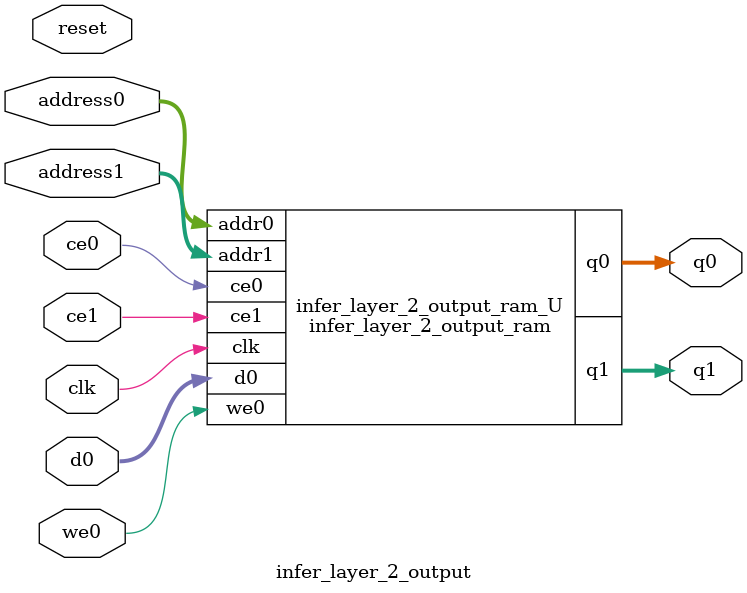
<source format=v>
`timescale 1 ns / 1 ps
module infer_layer_2_output_ram (addr0, ce0, d0, we0, q0, addr1, ce1, q1,  clk);

parameter DWIDTH = 32;
parameter AWIDTH = 14;
parameter MEM_SIZE = 15488;

input[AWIDTH-1:0] addr0;
input ce0;
input[DWIDTH-1:0] d0;
input we0;
output reg[DWIDTH-1:0] q0;
input[AWIDTH-1:0] addr1;
input ce1;
output reg[DWIDTH-1:0] q1;
input clk;

reg [DWIDTH-1:0] ram[0:MEM_SIZE-1];




always @(posedge clk)  
begin 
    if (ce0) begin
        if (we0) 
            ram[addr0] <= d0; 
        q0 <= ram[addr0];
    end
end


always @(posedge clk)  
begin 
    if (ce1) begin
        q1 <= ram[addr1];
    end
end


endmodule

`timescale 1 ns / 1 ps
module infer_layer_2_output(
    reset,
    clk,
    address0,
    ce0,
    we0,
    d0,
    q0,
    address1,
    ce1,
    q1);

parameter DataWidth = 32'd32;
parameter AddressRange = 32'd15488;
parameter AddressWidth = 32'd14;
input reset;
input clk;
input[AddressWidth - 1:0] address0;
input ce0;
input we0;
input[DataWidth - 1:0] d0;
output[DataWidth - 1:0] q0;
input[AddressWidth - 1:0] address1;
input ce1;
output[DataWidth - 1:0] q1;



infer_layer_2_output_ram infer_layer_2_output_ram_U(
    .clk( clk ),
    .addr0( address0 ),
    .ce0( ce0 ),
    .we0( we0 ),
    .d0( d0 ),
    .q0( q0 ),
    .addr1( address1 ),
    .ce1( ce1 ),
    .q1( q1 ));

endmodule


</source>
